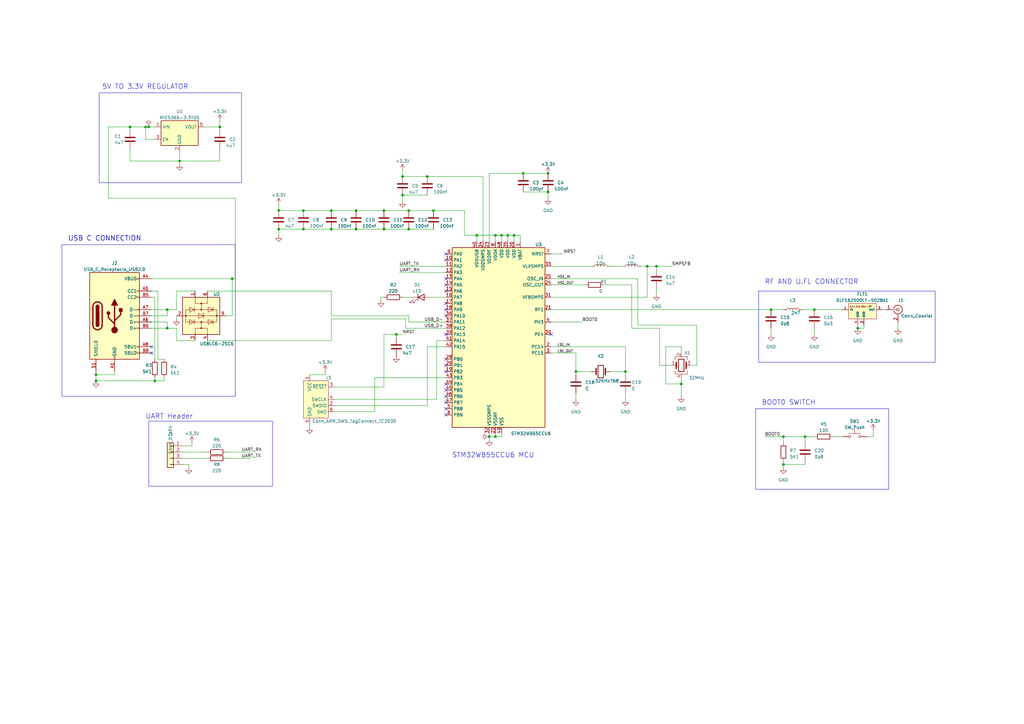
<source format=kicad_sch>
(kicad_sch (version 20230121) (generator eeschema)
  (paper "A3")
  (title_block (title "STM32WB55") (date "2023-12-25") (comment 1 "By : Estifanos Nega"))
  (lib_symbols
    (symbol "Connector:Conn_ARM_SWD_TagConnect_TC2030" (in_bom no)
      (property "Reference" "J" (at 2.54 11.43 0))
      (property "Value" "Conn_ARM_SWD_TagConnect_TC2030" (at 5.08 8.89 0))
      (symbol "Conn_ARM_SWD_TagConnect_TC2030_0_0"
        (pin power_in line (at -2.54 10.16 270) (length 2.54) (name "VCC") (number "1"))
        (pin bidirectional line (at 7.62 -2.54 180) (length 2.54) (name "SWDIO") (number "2"))
        (pin open_collector line (at 7.62 5.08 180) (length 2.54) (name "~{RESET}") (number "3"))
        (pin output line (at 7.62 0 180) (length 2.54) (name "SWCLK") (number "4"))
        (pin power_in line (at -2.54 -10.16 90) (length 2.54) (name "GND") (number "5"))
        (pin input line (at 7.62 -5.08 180) (length 2.54) (name "SWO") (number "6"))
      )
      (symbol "Conn_ARM_SWD_TagConnect_TC2030_0_1"
        (rectangle (start -5.08 7.62) (end 5.08 -7.62) (fill (type background)))
      )
    )
    (symbol "Connector:Conn_Coaxial" (pin_names (offset 1.016) hide)
      (property "Reference" "J" (at 0.254 3.048 0))
      (property "Value" "Conn_Coaxial" (at 2.921 0 90))
      (symbol "Conn_Coaxial_0_1"
        (arc (start -1.778 -0.508) (mid 0.2311 -1.8066) (end 1.778 0) (stroke (width 0.254)))
        (polyline (pts (xy -2.54 0) (xy -0.508 0)))
        (polyline (pts (xy 0 -2.54) (xy 0 -1.778)))
        (circle (center 0 0) (radius 0.508) (stroke (width 0.2032)))
        (arc (start 1.778 0) (mid 0.2099 1.8101) (end -1.778 0.508) (stroke (width 0.254)))
      )
      (symbol "Conn_Coaxial_1_1"
        (pin passive line (at -5.08 0 0) (length 2.54) (name "In") (number "1"))
        (pin passive line (at 0 -5.08 90) (length 2.54) (name "Ext") (number "2"))
      )
    )
    (symbol "Connector:USB_C_Receptacle_USB2.0" (pin_names (offset 1.016))
      (property "Reference" "J" (at -10.16 19.05 0))
      (property "Value" "USB_C_Receptacle_USB2.0" (at 19.05 19.05 0))
      (symbol "USB_C_Receptacle_USB2.0_0_0"
        (rectangle (start -0.254 -17.78) (end 0.254 -16.764))
        (rectangle (start 10.16 -14.986) (end 9.144 -15.494))
        (rectangle (start 10.16 -12.446) (end 9.144 -12.954))
        (rectangle (start 10.16 -4.826) (end 9.144 -5.334))
        (rectangle (start 10.16 -2.286) (end 9.144 -2.794))
        (rectangle (start 10.16 0.254) (end 9.144 -0.254))
        (rectangle (start 10.16 2.794) (end 9.144 2.286))
        (rectangle (start 10.16 7.874) (end 9.144 7.366))
        (rectangle (start 10.16 10.414) (end 9.144 9.906))
        (rectangle (start 10.16 15.494) (end 9.144 14.986))
      )
      (symbol "USB_C_Receptacle_USB2.0_0_1"
        (rectangle (start -10.16 17.78) (end 10.16 -17.78) (stroke (width 0.254)) (fill (type background)))
        (arc (start -8.89 -3.81) (mid -6.985 -5.7067) (end -5.08 -3.81) (stroke (width 0.508)))
        (arc (start -7.62 -3.81) (mid -6.985 -4.4423) (end -6.35 -3.81) (stroke (width 0.254)))
        (arc (start -7.62 -3.81) (mid -6.985 -4.4423) (end -6.35 -3.81) (stroke (width 0.254)) (fill (type outline)))
        (rectangle (start -7.62 -3.81) (end -6.35 3.81) (stroke (width 0.254)) (fill (type outline)))
        (arc (start -6.35 3.81) (mid -6.985 4.4423) (end -7.62 3.81) (stroke (width 0.254)))
        (arc (start -6.35 3.81) (mid -6.985 4.4423) (end -7.62 3.81) (stroke (width 0.254)) (fill (type outline)))
        (arc (start -5.08 3.81) (mid -6.985 5.7067) (end -8.89 3.81) (stroke (width 0.508)))
        (circle (center -2.54 1.143) (radius 0.635) (stroke (width 0.254)) (fill (type outline)))
        (circle (center 0 -5.842) (radius 1.27) (fill (type outline)))
        (polyline (pts (xy -8.89 -3.81) (xy -8.89 3.81)) (stroke (width 0.508)))
        (polyline (pts (xy -5.08 3.81) (xy -5.08 -3.81)) (stroke (width 0.508)))
        (polyline (pts (xy 0 -5.842) (xy 0 4.318)) (stroke (width 0.508)))
        (polyline (pts (xy 0 -3.302) (xy -2.54 -0.762) (xy -2.54 0.508)) (stroke (width 0.508)))
        (polyline (pts (xy 0 -2.032) (xy 2.54 0.508) (xy 2.54 1.778)) (stroke (width 0.508)))
        (polyline (pts (xy -1.27 4.318) (xy 0 6.858) (xy 1.27 4.318) (xy -1.27 4.318)) (stroke (width 0.254)) (fill (type outline)))
        (rectangle (start 1.905 1.778) (end 3.175 3.048) (stroke (width 0.254)) (fill (type outline)))
      )
      (symbol "USB_C_Receptacle_USB2.0_1_1"
        (pin passive line (at 0 -22.86 90) (length 5.08) (name "GND") (number "A1"))
        (pin passive line (at 0 -22.86 90) (length 5.08) hide (name "GND") (number "A12"))
        (pin passive line (at 15.24 15.24 180) (length 5.08) (name "VBUS") (number "A4"))
        (pin bidirectional line (at 15.24 10.16 180) (length 5.08) (name "CC1") (number "A5"))
        (pin bidirectional line (at 15.24 -2.54 180) (length 5.08) (name "D+") (number "A6"))
        (pin bidirectional line (at 15.24 2.54 180) (length 5.08) (name "D-") (number "A7"))
        (pin bidirectional line (at 15.24 -12.7 180) (length 5.08) (name "SBU1") (number "A8"))
        (pin passive line (at 15.24 15.24 180) (length 5.08) hide (name "VBUS") (number "A9"))
        (pin passive line (at 0 -22.86 90) (length 5.08) hide (name "GND") (number "B1"))
        (pin passive line (at 0 -22.86 90) (length 5.08) hide (name "GND") (number "B12"))
        (pin passive line (at 15.24 15.24 180) (length 5.08) hide (name "VBUS") (number "B4"))
        (pin bidirectional line (at 15.24 7.62 180) (length 5.08) (name "CC2") (number "B5"))
        (pin bidirectional line (at 15.24 -5.08 180) (length 5.08) (name "D+") (number "B6"))
        (pin bidirectional line (at 15.24 0 180) (length 5.08) (name "D-") (number "B7"))
        (pin bidirectional line (at 15.24 -15.24 180) (length 5.08) (name "SBU2") (number "B8"))
        (pin passive line (at 15.24 15.24 180) (length 5.08) hide (name "VBUS") (number "B9"))
        (pin passive line (at -7.62 -22.86 90) (length 5.08) (name "SHIELD") (number "S1"))
      )
    )
    (symbol "Connector_Generic:Conn_01x04" (pin_names (offset 1.016) hide)
      (property "Reference" "J" (at 0 5.08 0))
      (property "Value" "Conn_01x04" (at 0 -7.62 0))
      (symbol "Conn_01x04_1_1"
        (rectangle (start -1.27 -4.953) (end 0 -5.207) (stroke (width 0.1524)))
        (rectangle (start -1.27 -2.413) (end 0 -2.667) (stroke (width 0.1524)))
        (rectangle (start -1.27 0.127) (end 0 -0.127) (stroke (width 0.1524)))
        (rectangle (start -1.27 2.667) (end 0 2.413) (stroke (width 0.1524)))
        (rectangle (start -1.27 3.81) (end 1.27 -6.35) (stroke (width 0.254)) (fill (type background)))
        (pin passive line (at -5.08 2.54 0) (length 3.81) (name "Pin_1") (number "1"))
        (pin passive line (at -5.08 0 0) (length 3.81) (name "Pin_2") (number "2"))
        (pin passive line (at -5.08 -2.54 0) (length 3.81) (name "Pin_3") (number "3"))
        (pin passive line (at -5.08 -5.08 0) (length 3.81) (name "Pin_4") (number "4"))
      )
    )
    (symbol "Device:C" (pin_numbers hide) (pin_names (offset 0.254))
      (property "Reference" "C" (at 0.635 2.54 0))
      (property "Value" "C" (at 0.635 -2.54 0))
      (symbol "C_0_1"
        (polyline (pts (xy -2.032 -0.762) (xy 2.032 -0.762)) (stroke (width 0.508)))
        (polyline (pts (xy -2.032 0.762) (xy 2.032 0.762)) (stroke (width 0.508)))
      )
      (symbol "C_1_1"
        (pin passive line (at 0 3.81 270) (length 2.794) (name "~") (number "1"))
        (pin passive line (at 0 -3.81 90) (length 2.794) (name "~") (number "2"))
      )
    )
    (symbol "Device:Crystal" (pin_numbers hide) (pin_names (offset 1.016) hide)
      (property "Reference" "Y" (at 0 3.81 0))
      (property "Value" "Crystal" (at 0 -3.81 0))
      (symbol "Crystal_0_1"
        (rectangle (start -1.143 2.54) (end 1.143 -2.54) (stroke (width 0.3048)))
        (polyline (pts (xy -2.54 0) (xy -1.905 0)))
        (polyline (pts (xy -1.905 -1.27) (xy -1.905 1.27)) (stroke (width 0.508)))
        (polyline (pts (xy 1.905 -1.27) (xy 1.905 1.27)) (stroke (width 0.508)))
        (polyline (pts (xy 2.54 0) (xy 1.905 0)))
      )
      (symbol "Crystal_1_1"
        (pin passive line (at -3.81 0 0) (length 1.27) (name "1") (number "1"))
        (pin passive line (at 3.81 0 180) (length 1.27) (name "2") (number "2"))
      )
    )
    (symbol "Device:Crystal_GND24" (pin_names (offset 1.016) hide)
      (property "Reference" "Y" (at 3.175 5.08 0))
      (property "Value" "Crystal_GND24" (at 3.175 3.175 0))
      (symbol "Crystal_GND24_0_1"
        (rectangle (start -1.143 2.54) (end 1.143 -2.54) (stroke (width 0.3048)))
        (polyline (pts (xy -2.54 0) (xy -2.032 0)))
        (polyline (pts (xy -2.032 -1.27) (xy -2.032 1.27)) (stroke (width 0.508)))
        (polyline (pts (xy 0 -3.81) (xy 0 -3.556)))
        (polyline (pts (xy 0 3.556) (xy 0 3.81)))
        (polyline (pts (xy 2.032 -1.27) (xy 2.032 1.27)) (stroke (width 0.508)))
        (polyline (pts (xy 2.032 0) (xy 2.54 0)))
        (polyline (pts (xy -2.54 -2.286) (xy -2.54 -3.556) (xy 2.54 -3.556) (xy 2.54 -2.286)))
        (polyline (pts (xy -2.54 2.286) (xy -2.54 3.556) (xy 2.54 3.556) (xy 2.54 2.286)))
      )
      (symbol "Crystal_GND24_1_1"
        (pin passive line (at -3.81 0 0) (length 1.27) (name "1") (number "1"))
        (pin passive line (at 0 5.08 270) (length 1.27) (name "2") (number "2"))
        (pin passive line (at 3.81 0 180) (length 1.27) (name "3") (number "3"))
        (pin passive line (at 0 -5.08 90) (length 1.27) (name "4") (number "4"))
      )
    )
    (symbol "Device:L" (pin_numbers hide) (pin_names (offset 1.016) hide)
      (property "Reference" "L" (at -1.27 0 90))
      (property "Value" "L" (at 1.905 0 90))
      (symbol "L_0_1"
        (arc (start 0 -2.54) (mid 0.6323 -1.905) (end 0 -1.27))
        (arc (start 0 -1.27) (mid 0.6323 -0.635) (end 0 0))
        (arc (start 0 0) (mid 0.6323 0.635) (end 0 1.27))
        (arc (start 0 1.27) (mid 0.6323 1.905) (end 0 2.54))
      )
      (symbol "L_1_1"
        (pin passive line (at 0 3.81 270) (length 1.27) (name "1") (number "1"))
        (pin passive line (at 0 -3.81 90) (length 1.27) (name "2") (number "2"))
      )
    )
    (symbol "Device:LED" (pin_numbers hide) (pin_names (offset 1.016) hide)
      (property "Reference" "D" (at 0 2.54 0))
      (property "Value" "LED" (at 0 -2.54 0))
      (symbol "LED_0_1"
        (polyline (pts (xy -1.27 -1.27) (xy -1.27 1.27)) (stroke (width 0.254)))
        (polyline (pts (xy -1.27 0) (xy 1.27 0)))
        (polyline (pts (xy 1.27 -1.27) (xy 1.27 1.27) (xy -1.27 0) (xy 1.27 -1.27)) (stroke (width 0.254)))
        (polyline (pts (xy -3.048 -0.762) (xy -4.572 -2.286) (xy -3.81 -2.286) (xy -4.572 -2.286) (xy -4.572 -1.524)))
        (polyline (pts (xy -1.778 -0.762) (xy -3.302 -2.286) (xy -2.54 -2.286) (xy -3.302 -2.286) (xy -3.302 -1.524)))
      )
      (symbol "LED_1_1"
        (pin passive line (at -3.81 0 0) (length 2.54) (name "K") (number "1"))
        (pin passive line (at 3.81 0 180) (length 2.54) (name "A") (number "2"))
      )
    )
    (symbol "Device:R" (pin_numbers hide) (pin_names (offset 0))
      (property "Reference" "R" (at 2.032 0 90))
      (property "Value" "R" (at 0 0 90))
      (symbol "R_0_1"
        (rectangle (start -1.016 -2.54) (end 1.016 2.54) (stroke (width 0.254)))
      )
      (symbol "R_1_1"
        (pin passive line (at 0 3.81 270) (length 1.27) (name "~") (number "1"))
        (pin passive line (at 0 -3.81 90) (length 1.27) (name "~") (number "2"))
      )
    )
    (symbol "MCU_ST_STM32WB:STM32WB55CCUx"
      (property "Reference" "U" (at -17.78 39.37 0))
      (property "Value" "STM32WB55CCUx" (at 12.7 39.37 0))
      (symbol "STM32WB55CCUx_0_1"
        (rectangle (start -17.78 -35.56) (end 20.32 38.1) (stroke (width 0.254)) (fill (type background)))
      )
      (symbol "STM32WB55CCUx_1_1"
        (pin power_in line (at -7.62 40.64 270) (length 2.54) (name "VBAT") (number "1"))
        (pin bidirectional line (at 22.86 33.02 180) (length 2.54) (name "PA1") (number "10"))
        (pin bidirectional line (at 22.86 30.48 180) (length 2.54) (name "PA2") (number "11"))
        (pin bidirectional line (at 22.86 27.94 180) (length 2.54) (name "PA3") (number "12"))
        (pin bidirectional line (at 22.86 25.4 180) (length 2.54) (name "PA4") (number "13"))
        (pin bidirectional line (at 22.86 22.86 180) (length 2.54) (name "PA5") (number "14"))
        (pin bidirectional line (at 22.86 20.32 180) (length 2.54) (name "PA6") (number "15"))
        (pin bidirectional line (at 22.86 17.78 180) (length 2.54) (name "PA7") (number "16"))
        (pin bidirectional line (at 22.86 15.24 180) (length 2.54) (name "PA8") (number "17"))
        (pin bidirectional line (at 22.86 12.7 180) (length 2.54) (name "PA9") (number "18"))
        (pin bidirectional line (at 22.86 -12.7 180) (length 2.54) (name "PB2") (number "19"))
        (pin bidirectional line (at -20.32 -2.54 0) (length 2.54) (name "PC14") (number "2"))
        (pin power_in line (at -5.08 40.64 270) (length 2.54) (name "VDD") (number "20"))
        (pin bidirectional line (at -20.32 12.7 0) (length 2.54) (name "RF1") (number "21"))
        (pin power_in line (at 2.54 -38.1 90) (length 2.54) (name "VSSRF") (number "22"))
        (pin power_in line (at 5.08 40.64 270) (length 2.54) (name "VDDRF") (number "23"))
        (pin input line (at -20.32 22.86 0) (length 2.54) (name "OSC_OUT") (number "24"))
        (pin input line (at -20.32 25.4 0) (length 2.54) (name "OSC_IN") (number "25"))
        (pin no_connect line (at -17.78 -35.56 0) (length 2.54) hide (name "AT0") (number "26"))
        (pin no_connect line (at -17.78 -33.02 0) (length 2.54) hide (name "AT1") (number "27"))
        (pin bidirectional line (at 22.86 -7.62 180) (length 2.54) (name "PB0") (number "28"))
        (pin bidirectional line (at 22.86 -10.16 180) (length 2.54) (name "PB1") (number "29"))
        (pin bidirectional line (at -20.32 -5.08 0) (length 2.54) (name "PC15") (number "3"))
        (pin bidirectional line (at -20.32 2.54 0) (length 2.54) (name "PE4") (number "30"))
        (pin input line (at -20.32 17.78 0) (length 2.54) (name "VFBSMPS") (number "31"))
        (pin power_in line (at 5.08 -38.1 90) (length 2.54) (name "VSSSMPS") (number "32"))
        (pin power_in line (at -20.32 30.48 0) (length 2.54) (name "VLXSMPS") (number "33"))
        (pin power_in line (at 7.62 40.64 270) (length 2.54) (name "VDDSMPS") (number "34"))
        (pin power_in line (at -2.54 40.64 270) (length 2.54) (name "VDD") (number "35"))
        (pin bidirectional line (at 22.86 10.16 180) (length 2.54) (name "PA10") (number "36"))
        (pin bidirectional line (at 22.86 7.62 180) (length 2.54) (name "PA11") (number "37"))
        (pin bidirectional line (at 22.86 5.08 180) (length 2.54) (name "PA12") (number "38"))
        (pin bidirectional line (at 22.86 2.54 180) (length 2.54) (name "PA13") (number "39"))
        (pin bidirectional line (at -20.32 7.62 0) (length 2.54) (name "PH3") (number "4"))
        (pin power_in line (at 10.16 40.64 270) (length 2.54) (name "VDDUSB") (number "40"))
        (pin bidirectional line (at 22.86 0 180) (length 2.54) (name "PA14") (number "41"))
        (pin bidirectional line (at 22.86 -2.54 180) (length 2.54) (name "PA15") (number "42"))
        (pin bidirectional line (at 22.86 -15.24 180) (length 2.54) (name "PB3") (number "43"))
        (pin bidirectional line (at 22.86 -17.78 180) (length 2.54) (name "PB4") (number "44"))
        (pin bidirectional line (at 22.86 -20.32 180) (length 2.54) (name "PB5") (number "45"))
        (pin bidirectional line (at 22.86 -22.86 180) (length 2.54) (name "PB6") (number "46"))
        (pin bidirectional line (at 22.86 -25.4 180) (length 2.54) (name "PB7") (number "47"))
        (pin power_in line (at 0 40.64 270) (length 2.54) (name "VDD") (number "48"))
        (pin power_in line (at 0 -38.1 90) (length 2.54) (name "VSS") (number "49"))
        (pin bidirectional line (at 22.86 -27.94 180) (length 2.54) (name "PB8") (number "5"))
        (pin bidirectional line (at 22.86 -30.48 180) (length 2.54) (name "PB9") (number "6"))
        (pin input line (at -20.32 35.56 0) (length 2.54) (name "NRST") (number "7"))
        (pin power_in line (at 2.54 40.64 270) (length 2.54) (name "VDDA") (number "8"))
        (pin bidirectional line (at 22.86 35.56 180) (length 2.54) (name "PA0") (number "9"))
      )
    )
    (symbol "Power_Protection:USBLC6-2SC6" (pin_names hide)
      (property "Reference" "U" (at 2.54 8.89 0))
      (property "Value" "USBLC6-2SC6" (at 2.54 -8.89 0))
      (symbol "USBLC6-2SC6_0_1"
        (rectangle (start -7.62 -7.62) (end 7.62 7.62) (stroke (width 0.254)) (fill (type background)))
        (circle (center -5.08 0) (radius 0.254) (fill (type outline)))
        (circle (center -2.54 0) (radius 0.254) (fill (type outline)))
        (rectangle (start -2.54 6.35) (end 2.54 -6.35))
        (circle (center 0 -6.35) (radius 0.254) (fill (type outline)))
        (polyline (pts (xy -5.08 -2.54) (xy -7.62 -2.54)))
        (polyline (pts (xy -5.08 0) (xy -5.08 -2.54)))
        (polyline (pts (xy -5.08 2.54) (xy -7.62 2.54)))
        (polyline (pts (xy -1.524 -2.794) (xy -3.556 -2.794)))
        (polyline (pts (xy -1.524 4.826) (xy -3.556 4.826)))
        (polyline (pts (xy 0 -7.62) (xy 0 -6.35)))
        (polyline (pts (xy 0 -6.35) (xy 0 1.27)))
        (polyline (pts (xy 0 1.27) (xy 0 6.35)))
        (polyline (pts (xy 0 6.35) (xy 0 7.62)))
        (polyline (pts (xy 1.524 -2.794) (xy 3.556 -2.794)))
        (polyline (pts (xy 1.524 4.826) (xy 3.556 4.826)))
        (polyline (pts (xy 5.08 -2.54) (xy 7.62 -2.54)))
        (polyline (pts (xy 5.08 0) (xy 5.08 -2.54)))
        (polyline (pts (xy 5.08 2.54) (xy 7.62 2.54)))
        (polyline (pts (xy -2.54 0) (xy -5.08 0) (xy -5.08 2.54)))
        (polyline (pts (xy 2.54 0) (xy 5.08 0) (xy 5.08 2.54)))
        (polyline (pts (xy -3.556 -4.826) (xy -1.524 -4.826) (xy -2.54 -2.794) (xy -3.556 -4.826)))
        (polyline (pts (xy -3.556 2.794) (xy -1.524 2.794) (xy -2.54 4.826) (xy -3.556 2.794)))
        (polyline (pts (xy -1.016 -1.016) (xy 1.016 -1.016) (xy 0 1.016) (xy -1.016 -1.016)))
        (polyline (pts (xy 1.016 1.016) (xy 0.762 1.016) (xy -1.016 1.016) (xy -1.016 0.508)))
        (polyline (pts (xy 3.556 -4.826) (xy 1.524 -4.826) (xy 2.54 -2.794) (xy 3.556 -4.826)))
        (polyline (pts (xy 3.556 2.794) (xy 1.524 2.794) (xy 2.54 4.826) (xy 3.556 2.794)))
        (circle (center 0 6.35) (radius 0.254) (fill (type outline)))
        (circle (center 2.54 0) (radius 0.254) (fill (type outline)))
        (circle (center 5.08 0) (radius 0.254) (fill (type outline)))
      )
      (symbol "USBLC6-2SC6_1_1"
        (pin passive line (at -10.16 -2.54 0) (length 2.54) (name "I/O1") (number "1"))
        (pin passive line (at 0 -10.16 90) (length 2.54) (name "GND") (number "2"))
        (pin passive line (at 10.16 -2.54 180) (length 2.54) (name "I/O2") (number "3"))
        (pin passive line (at 10.16 2.54 180) (length 2.54) (name "I/O2") (number "4"))
        (pin passive line (at 0 10.16 270) (length 2.54) (name "VBUS") (number "5"))
        (pin passive line (at -10.16 2.54 0) (length 2.54) (name "I/O1") (number "6"))
      )
    )
    (symbol "Regulator_Linear:MIC5365-3.3YD5"
      (property "Reference" "U" (at -7.62 6.35 0))
      (property "Value" "MIC5365-3.3YD5" (at 0 6.35 0))
      (symbol "MIC5365-3.3YD5_0_1"
        (rectangle (start -7.62 -5.08) (end 7.62 5.08) (stroke (width 0.254)) (fill (type background)))
      )
      (symbol "MIC5365-3.3YD5_1_1"
        (pin power_in line (at -10.16 2.54 0) (length 2.54) (name "VIN") (number "1"))
        (pin power_in line (at 0 -7.62 90) (length 2.54) (name "GND") (number "2"))
        (pin input line (at -10.16 -2.54 0) (length 2.54) (name "EN") (number "3"))
        (pin no_connect line (at 7.62 -2.54 180) (length 2.54) hide (name "NC") (number "4"))
        (pin power_out line (at 10.16 2.54 180) (length 2.54) (name "VOUT") (number "5"))
      )
    )
    (symbol "Stm32_Library:DLF162500LT-5028A1"
      (property "Reference" "FLT" (at 5.08 3.81 0))
      (property "Value" "DLF162500LT-5028A1" (at 0 1.27 0))
      (symbol "DLF162500LT-5028A1_0_1"
        (rectangle (start 6.35 -3.81) (end 6.35 -3.81))
      )
      (symbol "DLF162500LT-5028A1_1_0"
        (pin passive line (at -7.62 0 0) (length 2.54) (name "IN") (number "1"))
        (pin passive line (at 1.27 -6.35 90) (length 2.54) (name "GND") (number "2"))
        (pin passive line (at 8.89 0 180) (length 2.54) (name "OUT") (number "3"))
        (pin passive line (at -1.27 -6.35 90) (length 2.54) (name "GND") (number "4"))
      )
      (symbol "DLF162500LT-5028A1_1_1"
        (rectangle (start -5.08 2.54) (end 6.35 -3.81) (fill (type background)))
        (text "2.4-2.5 GHz LPF" (at 0 1.27 0) (effects (font (size 0.7 0.7) bold)))
      )
    )
    (symbol "Switch:SW_Push" (pin_numbers hide) (pin_names (offset 1.016) hide)
      (property "Reference" "SW" (at 1.27 2.54 0))
      (property "Value" "SW_Push" (at 0 -1.524 0))
      (symbol "SW_Push_0_1"
        (circle (center -2.032 0) (radius 0.508))
        (polyline (pts (xy 0 1.27) (xy 0 3.048)))
        (polyline (pts (xy 2.54 1.27) (xy -2.54 1.27)))
        (circle (center 2.032 0) (radius 0.508))
        (pin passive line (at -5.08 0 0) (length 2.54) (name "1") (number "1"))
        (pin passive line (at 5.08 0 180) (length 2.54) (name "2") (number "2"))
      )
    )
    (symbol "power:+3.3V" (power) (pin_names (offset 0))
      (property "Value" "+3.3V" (at 0 3.556 0))
      (symbol "+3.3V_0_1"
        (polyline (pts (xy -0.762 1.27) (xy 0 2.54)))
        (polyline (pts (xy 0 0) (xy 0 2.54)))
        (polyline (pts (xy 0 2.54) (xy 0.762 1.27)))
      )
      (symbol "+3.3V_1_1"
        (pin power_in line (at 0 0 90) (length 0) hide (name "+3.3V") (number "1"))
      )
    )
    (symbol "power:GND" (power) (pin_names (offset 0))
      (property "Value" "GND" (at 0 -3.81 0))
      (symbol "GND_0_1"
        (polyline (pts (xy 0 0) (xy 0 -1.27) (xy 1.27 -1.27) (xy 0 -2.54) (xy -1.27 -1.27) (xy 0 -1.27)))
      )
      (symbol "GND_1_1"
        (pin power_in line (at 0 0 270) (length 0) hide (name "GND") (number "1"))
      )
    )
    (symbol "power:PWR_FLAG" (power) (pin_numbers hide) (pin_names (offset 0) hide)
      (property "Value" "PWR_FLAG" (at 0 3.81 0))
      (symbol "PWR_FLAG_0_0"
        (pin power_out line (at 0 0 90) (length 0) (name "pwr") (number "1"))
      )
      (symbol "PWR_FLAG_0_1"
        (polyline (pts (xy 0 0) (xy 0 1.27) (xy -1.016 1.905) (xy 0 2.54) (xy 1.016 1.905) (xy 0 1.27)))
      )
    )
  )
  (junction (at 114.3 86.36))
  (junction (at 60.96 52.07))
  (junction (at 39.37 156.21))
  (junction (at 167.64 93.98))
  (junction (at 165.1 72.39))
  (junction (at 256.54 152.4))
  (junction (at 214.63 71.12))
  (junction (at 321.31 179.07))
  (junction (at 279.4 157.48))
  (junction (at 124.46 93.98))
  (junction (at 330.2 179.07))
  (junction (at 236.22 152.4))
  (junction (at 39.37 153.67))
  (junction (at 95.25 114.3))
  (junction (at 316.23 127))
  (junction (at 175.26 72.39))
  (junction (at 334.01 127))
  (junction (at 205.74 96.52))
  (junction (at 203.2 96.52))
  (junction (at 59.69 52.07))
  (junction (at 195.58 96.52))
  (junction (at 114.3 93.98))
  (junction (at 265.43 109.22))
  (junction (at 135.89 93.98))
  (junction (at 90.17 52.07))
  (junction (at 321.31 190.5))
  (junction (at 269.24 109.22))
  (junction (at 208.28 96.52))
  (junction (at 146.05 86.36))
  (junction (at 63.5 156.21))
  (junction (at 210.82 96.52))
  (junction (at 53.34 52.07))
  (junction (at 68.58 127))
  (junction (at 351.79 134.62))
  (junction (at 162.56 137.16))
  (junction (at 68.58 134.62))
  (junction (at 224.79 71.12))
  (junction (at 167.64 86.36))
  (junction (at 203.2 179.07))
  (junction (at 200.66 179.07))
  (junction (at 73.66 66.04))
  (junction (at 157.48 86.36))
  (junction (at 165.1 80.01))
  (junction (at 157.48 93.98))
  (junction (at 124.46 86.36))
  (junction (at 177.8 86.36))
  (junction (at 135.89 86.36))
  (junction (at 146.05 93.98))
  (junction (at 224.79 78.74))
  (no_connect (at 62.23 142.24))
  (no_connect (at 182.88 116.84))
  (no_connect (at 182.88 160.02))
  (no_connect (at 182.88 157.48))
  (no_connect (at 182.88 124.46))
  (no_connect (at 62.23 144.78))
  (no_connect (at 182.88 170.18))
  (no_connect (at 226.06 137.16))
  (no_connect (at 182.88 114.3))
  (no_connect (at 182.88 104.14))
  (no_connect (at 182.88 119.38))
  (no_connect (at 182.88 129.54))
  (no_connect (at 182.88 147.32))
  (no_connect (at 182.88 167.64))
  (no_connect (at 182.88 152.4))
  (no_connect (at 182.88 106.68))
  (no_connect (at 182.88 137.16))
  (no_connect (at 182.88 165.1))
  (no_connect (at 182.88 149.86))
  (no_connect (at 182.88 162.56))
  (no_connect (at 182.88 127))
  (wire (pts (xy 95.25 114.3) (xy 95.25 129.54)))
  (wire (pts (xy 265.43 121.92) (xy 265.43 109.22)))
  (wire (pts (xy 330.2 189.23) (xy 330.2 190.5)))
  (wire (pts (xy 153.67 154.94) (xy 182.88 154.94)))
  (wire (pts (xy 39.37 153.67) (xy 39.37 156.21)))
  (wire (pts (xy 214.63 71.12) (xy 224.79 71.12)))
  (wire (pts (xy 62.23 121.92) (xy 63.5 121.92)))
  (wire (pts (xy 279.4 157.48) (xy 273.05 157.48)))
  (wire (pts (xy 146.05 86.36) (xy 157.48 86.36)))
  (wire (pts (xy 236.22 152.4) (xy 242.57 152.4)))
  (wire (pts (xy 46.99 152.4) (xy 46.99 153.67)))
  (wire (pts (xy 269.24 109.22) (xy 275.59 109.22)))
  (wire (pts (xy 68.58 127) (xy 72.39 127)))
  (wire (pts (xy 270.51 149.86) (xy 275.59 149.86)))
  (wire (pts (xy 358.14 176.53) (xy 358.14 179.07)))
  (wire (pts (xy 124.46 93.98) (xy 135.89 93.98)))
  (wire (pts (xy 90.17 52.07) (xy 90.17 53.34)))
  (wire (pts (xy 157.48 137.16) (xy 157.48 158.75)))
  (wire (pts (xy 72.39 134.62) (xy 72.39 139.7)))
  (wire (pts (xy 78.74 182.88) (xy 78.74 181.61)))
  (wire (pts (xy 261.62 114.3) (xy 261.62 133.35)))
  (wire (pts (xy 157.48 158.75) (xy 137.16 158.75)))
  (wire (pts (xy 135.89 86.36) (xy 146.05 86.36)))
  (wire (pts (xy 165.1 69.85) (xy 165.1 72.39)))
  (wire (pts (xy 67.31 156.21) (xy 63.5 156.21)))
  (wire (pts (xy 64.77 147.32) (xy 67.31 147.32)))
  (wire (pts (xy 63.5 156.21) (xy 39.37 156.21)))
  (wire (pts (xy 214.63 78.74) (xy 224.79 78.74)))
  (wire (pts (xy 236.22 161.29) (xy 236.22 163.83)))
  (wire (pts (xy 321.31 179.07) (xy 330.2 179.07)))
  (wire (pts (xy 53.34 52.07) (xy 59.69 52.07)))
  (wire (pts (xy 127 153.67) (xy 133.35 153.67)))
  (wire (pts (xy 200.66 179.07) (xy 200.66 180.34)))
  (wire (pts (xy 279.4 142.24) (xy 279.4 144.78)))
  (wire (pts (xy 44.45 81.28) (xy 96.52 81.28)))
  (wire (pts (xy 74.93 185.42) (xy 85.09 185.42)))
  (wire (pts (xy 90.17 60.96) (xy 90.17 66.04)))
  (wire (pts (xy 62.23 127) (xy 68.58 127)))
  (wire (pts (xy 176.53 121.92) (xy 182.88 121.92)))
  (wire (pts (xy 165.1 80.01) (xy 175.26 80.01)))
  (wire (pts (xy 368.3 132.08) (xy 368.3 134.62)))
  (wire (pts (xy 256.54 161.29) (xy 256.54 163.83)))
  (wire (pts (xy 250.19 109.22) (xy 255.27 109.22)))
  (wire (pts (xy 210.82 96.52) (xy 213.36 96.52)))
  (wire (pts (xy 279.4 154.94) (xy 279.4 157.48)))
  (wire (pts (xy 62.23 132.08) (xy 68.58 132.08)))
  (wire (pts (xy 165.1 121.92) (xy 168.91 121.92)))
  (wire (pts (xy 68.58 132.08) (xy 68.58 134.62)))
  (wire (pts (xy 153.67 168.91) (xy 153.67 154.94)))
  (wire (pts (xy 269.24 109.22) (xy 269.24 110.49)))
  (wire (pts (xy 96.52 114.3) (xy 95.25 114.3)))
  (wire (pts (xy 270.51 134.62) (xy 270.51 149.86)))
  (wire (pts (xy 179.07 139.7) (xy 182.88 139.7)))
  (wire (pts (xy 63.5 57.15) (xy 59.69 57.15)))
  (wire (pts (xy 321.31 190.5) (xy 321.31 189.23)))
  (wire (pts (xy 167.64 132.08) (xy 182.88 132.08)))
  (wire (pts (xy 226.06 121.92) (xy 265.43 121.92)))
  (wire (pts (xy 330.2 190.5) (xy 321.31 190.5)))
  (wire (pts (xy 203.2 179.07) (xy 205.74 179.07)))
  (wire (pts (xy 167.64 129.54) (xy 167.64 132.08)))
  (wire (pts (xy 133.35 153.67) (xy 133.35 152.4)))
  (wire (pts (xy 226.06 127) (xy 316.23 127)))
  (wire (pts (xy 205.74 99.06) (xy 205.74 96.52)))
  (wire (pts (xy 269.24 118.11) (xy 269.24 120.65)))
  (wire (pts (xy 259.08 116.84) (xy 259.08 134.62)))
  (wire (pts (xy 226.06 142.24) (xy 256.54 142.24)))
  (wire (pts (xy 135.89 93.98) (xy 146.05 93.98)))
  (wire (pts (xy 167.64 93.98) (xy 177.8 93.98)))
  (wire (pts (xy 85.09 119.38) (xy 135.89 119.38)))
  (wire (pts (xy 208.28 96.52) (xy 208.28 99.06)))
  (wire (pts (xy 72.39 119.38) (xy 80.01 119.38)))
  (wire (pts (xy 313.69 179.07) (xy 321.31 179.07)))
  (wire (pts (xy 68.58 129.54) (xy 68.58 127)))
  (wire (pts (xy 351.79 134.62) (xy 354.33 134.62)))
  (wire (pts (xy 59.69 52.07) (xy 60.96 52.07)))
  (wire (pts (xy 39.37 152.4) (xy 39.37 153.67)))
  (wire (pts (xy 162.56 137.16) (xy 162.56 138.43)))
  (wire (pts (xy 226.06 114.3) (xy 261.62 114.3)))
  (wire (pts (xy 72.39 127) (xy 72.39 119.38)))
  (wire (pts (xy 114.3 86.36) (xy 124.46 86.36)))
  (wire (pts (xy 210.82 96.52) (xy 210.82 99.06)))
  (wire (pts (xy 226.06 116.84) (xy 240.03 116.84)))
  (wire (pts (xy 321.31 190.5) (xy 321.31 191.77)))
  (wire (pts (xy 77.47 190.5) (xy 77.47 191.77)))
  (wire (pts (xy 165.1 72.39) (xy 175.26 72.39)))
  (wire (pts (xy 316.23 127) (xy 321.31 127)))
  (wire (pts (xy 62.23 119.38) (xy 64.77 119.38)))
  (wire (pts (xy 73.66 66.04) (xy 73.66 67.31)))
  (wire (pts (xy 74.93 190.5) (xy 77.47 190.5)))
  (wire (pts (xy 135.89 119.38) (xy 135.89 129.54)))
  (wire (pts (xy 62.23 134.62) (xy 68.58 134.62)))
  (wire (pts (xy 85.09 139.7) (xy 135.89 139.7)))
  (wire (pts (xy 163.83 109.22) (xy 182.88 109.22)))
  (wire (pts (xy 53.34 52.07) (xy 44.45 52.07)))
  (wire (pts (xy 200.66 179.07) (xy 203.2 179.07)))
  (wire (pts (xy 236.22 144.78) (xy 236.22 152.4)))
  (wire (pts (xy 226.06 109.22) (xy 242.57 109.22)))
  (wire (pts (xy 165.1 80.01) (xy 165.1 82.55)))
  (wire (pts (xy 179.07 163.83) (xy 179.07 139.7)))
  (wire (pts (xy 198.12 72.39) (xy 175.26 72.39)))
  (wire (pts (xy 285.75 149.86) (xy 283.21 149.86)))
  (wire (pts (xy 205.74 179.07) (xy 205.74 177.8)))
  (wire (pts (xy 167.64 86.36) (xy 177.8 86.36)))
  (wire (pts (xy 226.06 132.08) (xy 238.76 132.08)))
  (wire (pts (xy 156.21 121.92) (xy 156.21 123.19)))
  (wire (pts (xy 73.66 62.23) (xy 73.66 66.04)))
  (wire (pts (xy 68.58 134.62) (xy 72.39 134.62)))
  (wire (pts (xy 250.19 152.4) (xy 256.54 152.4)))
  (wire (pts (xy 328.93 127) (xy 334.01 127)))
  (wire (pts (xy 351.79 133.35) (xy 351.79 134.62)))
  (wire (pts (xy 262.89 109.22) (xy 265.43 109.22)))
  (wire (pts (xy 361.95 127) (xy 363.22 127)))
  (wire (pts (xy 157.48 137.16) (xy 162.56 137.16)))
  (wire (pts (xy 137.16 163.83) (xy 179.07 163.83)))
  (wire (pts (xy 62.23 114.3) (xy 95.25 114.3)))
  (wire (pts (xy 265.43 109.22) (xy 269.24 109.22)))
  (wire (pts (xy 96.52 81.28) (xy 96.52 114.3)))
  (wire (pts (xy 44.45 52.07) (xy 44.45 81.28)))
  (wire (pts (xy 114.3 83.82) (xy 114.3 86.36)))
  (wire (pts (xy 203.2 96.52) (xy 203.2 99.06)))
  (wire (pts (xy 200.66 177.8) (xy 200.66 179.07)))
  (wire (pts (xy 190.5 96.52) (xy 190.5 86.36)))
  (wire (pts (xy 175.26 166.37) (xy 175.26 142.24)))
  (wire (pts (xy 114.3 93.98) (xy 124.46 93.98)))
  (wire (pts (xy 124.46 86.36) (xy 135.89 86.36)))
  (wire (pts (xy 273.05 157.48) (xy 273.05 142.24)))
  (wire (pts (xy 200.66 99.06) (xy 200.66 71.12)))
  (wire (pts (xy 83.82 52.07) (xy 90.17 52.07)))
  (wire (pts (xy 92.71 187.96) (xy 102.87 187.96)))
  (wire (pts (xy 203.2 179.07) (xy 203.2 177.8)))
  (wire (pts (xy 157.48 121.92) (xy 156.21 121.92)))
  (wire (pts (xy 226.06 144.78) (xy 236.22 144.78)))
  (wire (pts (xy 200.66 71.12) (xy 214.63 71.12)))
  (wire (pts (xy 137.16 168.91) (xy 153.67 168.91)))
  (wire (pts (xy 358.14 179.07) (xy 355.6 179.07)))
  (wire (pts (xy 213.36 99.06) (xy 213.36 96.52)))
  (wire (pts (xy 205.74 96.52) (xy 208.28 96.52)))
  (wire (pts (xy 67.31 154.94) (xy 67.31 156.21)))
  (wire (pts (xy 198.12 99.06) (xy 198.12 72.39)))
  (wire (pts (xy 195.58 96.52) (xy 195.58 99.06)))
  (wire (pts (xy 72.39 129.54) (xy 72.39 130.81)))
  (wire (pts (xy 157.48 93.98) (xy 167.64 93.98)))
  (wire (pts (xy 259.08 134.62) (xy 270.51 134.62)))
  (wire (pts (xy 95.25 129.54) (xy 92.71 129.54)))
  (wire (pts (xy 59.69 57.15) (xy 59.69 52.07)))
  (wire (pts (xy 341.63 179.07) (xy 345.44 179.07)))
  (wire (pts (xy 330.2 179.07) (xy 334.01 179.07)))
  (wire (pts (xy 74.93 187.96) (xy 85.09 187.96)))
  (wire (pts (xy 64.77 119.38) (xy 64.77 147.32)))
  (wire (pts (xy 231.14 104.14) (xy 226.06 104.14)))
  (wire (pts (xy 273.05 142.24) (xy 279.4 142.24)))
  (wire (pts (xy 90.17 66.04) (xy 73.66 66.04)))
  (wire (pts (xy 114.3 93.98) (xy 114.3 96.52)))
  (wire (pts (xy 224.79 78.74) (xy 224.79 81.28)))
  (wire (pts (xy 92.71 185.42) (xy 102.87 185.42)))
  (wire (pts (xy 90.17 49.53) (xy 90.17 52.07)))
  (wire (pts (xy 261.62 133.35) (xy 285.75 133.35)))
  (wire (pts (xy 135.89 139.7) (xy 135.89 130.81)))
  (wire (pts (xy 74.93 182.88) (xy 78.74 182.88)))
  (wire (pts (xy 63.5 154.94) (xy 63.5 156.21)))
  (wire (pts (xy 256.54 142.24) (xy 256.54 152.4)))
  (wire (pts (xy 62.23 129.54) (xy 68.58 129.54)))
  (wire (pts (xy 330.2 179.07) (xy 330.2 181.61)))
  (wire (pts (xy 46.99 153.67) (xy 39.37 153.67)))
  (wire (pts (xy 334.01 134.62) (xy 334.01 137.16)))
  (wire (pts (xy 127 175.26) (xy 127 173.99)))
  (wire (pts (xy 259.08 116.84) (xy 247.65 116.84)))
  (wire (pts (xy 53.34 53.34) (xy 53.34 52.07)))
  (wire (pts (xy 135.89 129.54) (xy 167.64 129.54)))
  (wire (pts (xy 316.23 134.62) (xy 316.23 137.16)))
  (wire (pts (xy 163.83 111.76) (xy 182.88 111.76)))
  (wire (pts (xy 321.31 181.61) (xy 321.31 179.07)))
  (wire (pts (xy 195.58 96.52) (xy 203.2 96.52)))
  (wire (pts (xy 63.5 121.92) (xy 63.5 147.32)))
  (wire (pts (xy 166.37 130.81) (xy 166.37 134.62)))
  (wire (pts (xy 256.54 152.4) (xy 256.54 153.67)))
  (wire (pts (xy 190.5 86.36) (xy 177.8 86.36)))
  (wire (pts (xy 166.37 134.62) (xy 182.88 134.62)))
  (wire (pts (xy 279.4 157.48) (xy 279.4 162.56)))
  (wire (pts (xy 146.05 93.98) (xy 157.48 93.98)))
  (wire (pts (xy 53.34 60.96) (xy 53.34 66.04)))
  (wire (pts (xy 236.22 152.4) (xy 236.22 153.67)))
  (wire (pts (xy 203.2 96.52) (xy 205.74 96.52)))
  (wire (pts (xy 285.75 133.35) (xy 285.75 149.86)))
  (wire (pts (xy 72.39 139.7) (xy 80.01 139.7)))
  (wire (pts (xy 135.89 130.81) (xy 166.37 130.81)))
  (wire (pts (xy 208.28 96.52) (xy 210.82 96.52)))
  (wire (pts (xy 334.01 127) (xy 345.44 127)))
  (wire (pts (xy 162.56 137.16) (xy 165.1 137.16)))
  (wire (pts (xy 195.58 96.52) (xy 190.5 96.52)))
  (wire (pts (xy 60.96 52.07) (xy 63.5 52.07)))
  (wire (pts (xy 53.34 66.04) (xy 73.66 66.04)))
  (wire (pts (xy 157.48 86.36) (xy 167.64 86.36)))
  (wire (pts (xy 354.33 134.62) (xy 354.33 133.35)))
  (wire (pts (xy 175.26 142.24) (xy 182.88 142.24)))
  (wire (pts (xy 137.16 166.37) (xy 175.26 166.37)))
  (rectangle (start 60.96 172.72) (end 111.76 199.39))
  (rectangle (start 25.4 100.33) (end 96.52 162.56))
  (rectangle (start 40.64 38.1) (end 99.06 74.93))
  (rectangle (start 311.15 119.38) (end 383.54 148.59))
  (rectangle (start 309.88 167.64) (end 364.49 200.66))
  (rectangle (start 309.88 168.91) (end 309.88 168.91))
  (text "BOOT0 SWITCH \n" (at 312.42 166.37 0) (effects (font (size 2 2)) (justify left bottom)))
  (text "USB C CONNECTION\n" (at 27.94 99.06 0) (effects (font (size 2 2)) (justify left bottom)))
  (text "USB C CONNECTION\n" (at 27.94 99.06 0) (effects (font (size 2 2)) (justify left bottom)))
  (text "UART Header\n\n" (at 59.69 175.26 0) (effects (font (size 2 2)) (justify left bottom)))
  (text "RF AND U.FL CONNECTOR\n" (at 313.69 116.84 0) (effects (font (size 2 2)) (justify left bottom)))
  (text "5V TO 3.3V REGULATOR\n" (at 41.91 36.83 0) (effects (font (size 2 2)) (justify left bottom)))
  (text "STM32WB55CCU6 MCU\n" (at 185.42 187.96 0) (effects (font (size 2 2)) (justify left bottom)))
  (label "HSE_IN" (at 228.6 114.3 0) (effects (font (size 1 1))))
  (label "LSE_OUT" (at 228.6 144.78 0) (effects (font (size 1 1))))
  (label "NRST" (at 165.1 137.16 0))
  (label "USB_D-" (at 173.99 132.08 0))
  (label "UART_RX" (at 163.83 111.76 0))
  (label "USB_D+" (at 173.99 134.62 0))
  (label "UART_RX" (at 99.06 185.42 0))
  (label "BOOT0" (at 238.76 132.08 0))
  (label "SMPSFB" (at 275.59 109.22 0))
  (label "NRST" (at 231.14 104.14 0))
  (label "BOOT0" (at 313.69 179.07 0))
  (label "UART_TX" (at 163.83 109.22 0))
  (label "HSE_OUT" (at 228.6 116.84 0) (effects (font (size 1 1))))
  (label "LSE_IN" (at 228.6 142.24 0) (effects (font (size 1 1))))
  (label "UART_TX" (at 99.06 187.96 0))
  (symbol (lib_id "Switch:SW_Push") (at 350.52 179.07 0) (unit 1)
    (property "Reference" "SW1" (at 350.52 172.72 0))
    (property "Value" "SW_Push" (at 350.52 175.26 0))
  )
  (symbol (lib_id "Device:Crystal") (at 246.38 152.4 0) (unit 1)
    (property "Reference" "X2" (at 246.38 146.05 0))
    (property "Value" "32KHz768" (at 248.92 156.21 0))
  )
  (symbol (lib_id "power:PWR_FLAG") (at 60.96 52.07 0) (unit 1)
    (property "Reference" "#FLG01" (effects hide))
    (property "Value" "PWR_FLAG" (effects hide))
  )
  (symbol (lib_id "Device:LED") (at 172.72 121.92 0) (unit 1)
    (property "Reference" "D1" (at 171.1325 116.84 0))
    (property "Value" "LED" (at 171.1325 119.38 0))
  )
  (symbol (lib_id "power:GND") (at 334.01 137.16 0) (unit 1)
    (property "Reference" "#PWR015" (effects hide))
    (property "Value" "GND" (at 334.01 142.24 0))
  )
  (symbol (lib_id "Device:C") (at 114.3 90.17 0) (unit 1)
    (property "Reference" "C7" (at 118.11 90.17 0) (effects (justify left)))
    (property "Value" "4u7" (at 116.84 92.71 0) (effects (justify left)))
  )
  (symbol (lib_id "Device:C") (at 330.2 185.42 0) (unit 1)
    (property "Reference" "C20" (at 334.01 184.785 0) (effects (justify left)))
    (property "Value" "0p8" (at 334.01 187.325 0) (effects (justify left)))
  )
  (symbol (lib_id "Device:C") (at 214.63 74.93 0) (unit 1)
    (property "Reference" "C3" (at 218.44 74.93 0) (effects (justify left)))
    (property "Value" "100pf" (at 217.17 77.47 0) (effects (justify left)))
  )
  (symbol (lib_id "Device:R") (at 321.31 185.42 0) (unit 1)
    (property "Reference" "R7" (at 323.85 184.785 0) (effects (justify left)))
    (property "Value" "5K1" (at 323.85 187.325 0) (effects (justify left)))
  )
  (symbol (lib_id "Device:L") (at 246.38 109.22 90) (unit 1)
    (property "Reference" "L1" (at 246.38 105.41 90))
    (property "Value" "10n" (at 246.38 107.95 90))
  )
  (symbol (lib_id "Device:C") (at 135.89 90.17 0) (unit 1)
    (property "Reference" "C9" (at 139.7 90.17 0) (effects (justify left)))
    (property "Value" "100nf" (at 138.43 92.71 0) (effects (justify left)))
  )
  (symbol (lib_id "Stm32_Library:DLF162500LT-5028A1") (at 353.06 127 0) (unit 1)
    (property "Reference" "FLT1" (at 353.695 120.65 0))
    (property "Value" "DLF162500LT-5028A1" (at 353.695 123.19 0))
    (property "Footprint" "DLF162500LT-5028A1_Library:DLF162500LT-5028A1" (effects hide))
  )
  (symbol (lib_id "power:GND") (at 127 175.26 0) (unit 1)
    (property "Reference" "#PWR022" (effects hide))
    (property "Value" "GND" (effects hide))
  )
  (symbol (lib_id "Device:R") (at 88.9 187.96 90) (unit 1)
    (property "Reference" "R8" (at 88.9 190.5 90))
    (property "Value" "220" (at 88.9 193.04 90))
  )
  (symbol (lib_id "Device:R") (at 161.29 121.92 90) (unit 1)
    (property "Reference" "R2" (at 161.29 116.84 90))
    (property "Value" "220" (at 161.29 119.38 90))
  )
  (symbol (lib_id "power:GND") (at 316.23 137.16 0) (unit 1)
    (property "Reference" "#PWR014" (effects hide))
    (property "Value" "GND" (at 316.23 142.24 0))
  )
  (symbol (lib_id "power:+3.3V") (at 114.3 83.82 0) (unit 1)
    (property "Reference" "#PWR07" (effects hide))
    (property "Value" "+3.3V" (at 114.3 80.01 0))
  )
  (symbol (lib_id "power:GND") (at 368.3 134.62 0) (unit 1)
    (property "Reference" "#PWR013" (effects hide))
    (property "Value" "GND" (at 368.3 139.7 0))
  )
  (symbol (lib_id "Power_Protection:USBLC6-2SC6") (at 82.55 129.54 270) (unit 1)
    (property "Reference" "U2" (at 88.9 120.65 90))
    (property "Value" "USBLC6-2SC6" (at 88.9 140.97 90))
    (property "Footprint" "Package_TO_SOT_SMD:SOT-23-6" (effects hide))
    (property "Datasheet" "https://www.st.com/resource/en/datasheet/usblc6-2.pdf" (effects hide))
  )
  (symbol (lib_id "Device:C") (at 177.8 90.17 0) (unit 1)
    (property "Reference" "C13" (at 181.61 90.17 0) (effects (justify left)))
    (property "Value" "100nf" (at 180.34 92.71 0) (effects (justify left)))
  )
  (symbol (lib_id "power:+3.3V") (at 165.1 69.85 0) (unit 1)
    (property "Reference" "#PWR03" (effects hide))
    (property "Value" "+3.3V" (at 165.1 66.04 0))
  )
  (symbol (lib_id "power:GND") (at 279.4 162.56 0) (unit 1)
    (property "Reference" "#PWR019" (effects hide))
    (property "Value" "GND" (at 279.4 167.64 0))
  )
  (symbol (lib_id "power:GND") (at 269.24 120.65 0) (unit 1)
    (property "Reference" "#PWR09" (effects hide))
    (property "Value" "GND" (at 269.24 125.73 0))
  )
  (symbol (lib_id "Device:C") (at 269.24 114.3 0) (unit 1)
    (property "Reference" "C14" (at 273.05 113.665 0) (effects (justify left)))
    (property "Value" "4u7" (at 273.05 116.205 0) (effects (justify left)))
  )
  (symbol (lib_id "power:+3.3V") (at 78.74 181.61 0) (unit 1)
    (property "Reference" "#PWR025" (effects hide))
    (property "Value" "+3.3V" (at 78.74 177.8 0))
  )
  (symbol (lib_id "power:GND") (at 72.39 130.81 0) (unit 1)
    (property "Reference" "#PWR011" (effects hide))
    (property "Value" "GND" (effects hide))
  )
  (symbol (lib_id "Connector:USB_C_Receptacle_USB2.0") (at 46.99 129.54 0) (unit 1)
    (property "Reference" "J2" (at 46.99 107.95 0))
    (property "Value" "USB_C_Receptacle_USB2.0" (at 46.99 110.49 0))
    (property "Datasheet" "https://www.usb.org/sites/default/files/documents/usb_type-c.zip" (effects hide))
  )
  (symbol (lib_id "Device:R") (at 243.84 116.84 90) (unit 1)
    (property "Reference" "R1" (at 247.65 115.57 90))
    (property "Value" "0" (at 246.38 119.38 90))
  )
  (symbol (lib_id "power:+3.3V") (at 358.14 176.53 0) (unit 1)
    (property "Reference" "#PWR023" (effects hide))
    (property "Value" "+3.3V" (at 358.14 172.72 0))
  )
  (symbol (lib_id "power:GND") (at 162.56 146.05 0) (unit 1)
    (property "Reference" "#PWR016" (effects hide))
    (property "Value" "GND" (effects hide))
  )
  (symbol (lib_id "power:GND") (at 351.79 134.62 0) (unit 1)
    (property "Reference" "#PWR012" (effects hide))
    (property "Value" "GND" (at 351.79 139.7 0))
  )
  (symbol (lib_id "power:GND") (at 200.66 180.34 0) (unit 1)
    (property "Reference" "#PWR024" (effects hide))
    (property "Value" "GND" (effects hide))
  )
  (symbol (lib_id "Device:C") (at 162.56 142.24 0) (unit 1)
    (property "Reference" "C17" (at 166.37 142.24 0) (effects (justify left)))
    (property "Value" "4u7" (at 165.1 144.78 0) (effects (justify left)))
  )
  (symbol (lib_id "Device:C") (at 175.26 76.2 0) (unit 1)
    (property "Reference" "C6" (at 179.07 76.2 0) (effects (justify left)))
    (property "Value" "100nf" (at 177.8 78.74 0) (effects (justify left)))
  )
  (symbol (lib_id "Device:L") (at 325.12 127 90) (unit 1)
    (property "Reference" "L3" (at 325.12 123.19 90))
    (property "Value" "2n7" (at 326.39 128.27 90))
  )
  (symbol (lib_id "Device:C") (at 256.54 157.48 0) (unit 1)
    (property "Reference" "C19" (at 259.08 156.845 0) (effects (justify left)))
    (property "Value" "C" (at 259.08 159.385 0) (effects (justify left)))
  )
  (symbol (lib_id "Device:C") (at 165.1 76.2 0) (unit 1)
    (property "Reference" "C5" (at 168.91 76.2 0) (effects (justify left)))
    (property "Value" "4u7" (at 167.64 78.74 0) (effects (justify left)))
  )
  (symbol (lib_id "power:GND") (at 236.22 163.83 0) (unit 1)
    (property "Reference" "#PWR020" (effects hide))
    (property "Value" "GND" (at 236.22 168.91 0))
  )
  (symbol (lib_id "power:GND") (at 39.37 156.21 0) (unit 1)
    (property "Reference" "#PWR018" (effects hide))
    (property "Value" "GND" (effects hide))
  )
  (symbol (lib_id "Device:C") (at 224.79 74.93 0) (unit 1)
    (property "Reference" "C4" (at 228.6 74.93 0) (effects (justify left)))
    (property "Value" "100nf" (at 227.33 77.47 0) (effects (justify left)))
  )
  (symbol (lib_id "MCU_ST_STM32WB:STM32WB55CCUx") (at 205.74 139.7 0) (mirror y) (unit 1)
    (property "Reference" "U3" (at 222.25 100.33 0) (effects (justify left)))
    (property "Value" "STM32WB55CCU6" (at 226.06 177.8 0) (effects (justify left)))
    (property "Footprint" "Package_DFN_QFN:QFN-48-1EP_7x7mm_P0.5mm_EP5.6x5.6mm" (effects hide))
    (property "Datasheet" "https://www.st.com/resource/en/datasheet/stm32wb55cc.pdf" (effects hide))
  )
  (symbol (lib_id "Device:C") (at 157.48 90.17 0) (unit 1)
    (property "Reference" "C11" (at 161.29 90.17 0) (effects (justify left)))
    (property "Value" "100nf" (at 160.02 92.71 0) (effects (justify left)))
  )
  (symbol (lib_id "Device:L") (at 259.08 109.22 90) (unit 1)
    (property "Reference" "L2" (at 259.08 105.41 90))
    (property "Value" "10u" (at 259.08 107.95 90))
  )
  (symbol (lib_id "power:+3.3V") (at 133.35 152.4 0) (unit 1)
    (property "Reference" "#PWR017" (effects hide))
    (property "Value" "+3.3V" (at 133.35 148.59 0))
  )
  (symbol (lib_id "power:GND") (at 73.66 67.31 0) (unit 1)
    (property "Reference" "#PWR02" (effects hide))
    (property "Value" "GND" (effects hide))
  )
  (symbol (lib_id "Device:C") (at 146.05 90.17 0) (unit 1)
    (property "Reference" "C10" (at 149.86 90.17 0) (effects (justify left)))
    (property "Value" "100nf" (at 148.59 92.71 0) (effects (justify left)))
  )
  (symbol (lib_id "power:GND") (at 77.47 191.77 0) (unit 1)
    (property "Reference" "#PWR026" (effects hide))
    (property "Value" "GND" (effects hide))
  )
  (symbol (lib_id "power:GND") (at 321.31 191.77 0) (unit 1)
    (property "Reference" "#PWR027" (effects hide))
    (property "Value" "GND" (at 321.31 196.85 0))
  )
  (symbol (lib_id "Device:Crystal_GND24") (at 279.4 149.86 0) (unit 1)
    (property "Reference" "X1" (at 281.94 144.78 0))
    (property "Value" "32MHz" (at 285.75 154.94 0))
  )
  (symbol (lib_id "power:GND") (at 114.3 96.52 0) (unit 1)
    (property "Reference" "#PWR08" (effects hide))
    (property "Value" "GND" (effects hide))
  )
  (symbol (lib_id "Device:R") (at 337.82 179.07 90) (unit 1)
    (property "Reference" "R5" (at 337.82 173.99 90))
    (property "Value" "100" (at 337.82 176.53 90))
  )
  (symbol (lib_id "power:PWR_FLAG") (at 200.66 179.07 90) (unit 1)
    (property "Reference" "#FLG02" (effects hide))
    (property "Value" "PWR_FLAG" (effects hide))
  )
  (symbol (lib_id "Connector_Generic:Conn_01x04") (at 69.85 185.42 0) (mirror y) (unit 1)
    (property "Reference" "J4" (at 69.85 177.8 0))
    (property "Value" "Conn_01x04" (at 69.85 180.34 90))
  )
  (symbol (lib_id "power:GND") (at 224.79 81.28 0) (unit 1)
    (property "Reference" "#PWR05" (effects hide))
    (property "Value" "GND" (at 224.79 86.36 0))
  )
  (symbol (lib_id "Connector:Conn_ARM_SWD_TagConnect_TC2030") (at 129.54 163.83 0) (unit 1) (in_bom no)
    (property "Reference" "J3" (at 135.89 154.94 0) (effects (justify right)))
    (property "Value" "Conn_ARM_SWD_TagConnect_TC2030" (at 162.56 172.72 0) (effects (justify right)))
    (property "Footprint" "Connector:Tag-Connect_TC2030-IDC-FP_2x03_P1.27mm_Vertical" (effects hide))
    (property "Datasheet" "https://www.tag-connect.com/wp-content/uploads/bsk-pdf-manager/TC2030-CTX_1.pdf" (effects hide))
  )
  (symbol (lib_id "Device:C") (at 167.64 90.17 0) (unit 1)
    (property "Reference" "C12" (at 171.45 90.17 0) (effects (justify left)))
    (property "Value" "100nf" (at 170.18 92.71 0) (effects (justify left)))
  )
  (symbol (lib_id "Connector:Conn_Coaxial") (at 368.3 127 0) (unit 1)
    (property "Reference" "J1" (at 368.3 123.19 0) (effects (justify left)))
    (property "Value" "Conn_Coaxial" (at 369.57 129.54 0) (effects (justify left)))
    (property "Datasheet" " ~" (effects hide))
  )
  (symbol (lib_id "Device:C") (at 236.22 157.48 0) (unit 1)
    (property "Reference" "C18" (at 240.03 156.845 0) (effects (justify left)))
    (property "Value" "C" (at 240.03 159.385 0) (effects (justify left)))
  )
  (symbol (lib_id "Regulator_Linear:MIC5365-3.3YD5") (at 73.66 54.61 0) (unit 1)
    (property "Reference" "U1" (at 73.66 45.72 0))
    (property "Value" "MIC5365-3.3YD5" (at 73.66 48.26 0))
    (property "Footprint" "Package_TO_SOT_SMD:SOT-23-5" (effects hide))
    (property "Datasheet" "http://ww1.microchip.com/downloads/en/DeviceDoc/mic5365.pdf" (effects hide))
  )
  (symbol (lib_id "Device:C") (at 53.34 57.15 0) (unit 1)
    (property "Reference" "C1" (at 46.99 55.88 0) (effects (justify left)))
    (property "Value" "4u7" (at 46.99 58.42 0) (effects (justify left)))
  )
  (symbol (lib_id "power:GND") (at 165.1 82.55 0) (unit 1)
    (property "Reference" "#PWR06" (effects hide))
    (property "Value" "GND" (effects hide))
  )
  (symbol (lib_id "Device:C") (at 90.17 57.15 0) (unit 1)
    (property "Reference" "C2" (at 93.98 57.15 0) (effects (justify left)))
    (property "Value" "4u7" (at 92.71 59.69 0) (effects (justify left)))
  )
  (symbol (lib_id "power:GND") (at 256.54 163.83 0) (unit 1)
    (property "Reference" "#PWR021" (effects hide))
    (property "Value" "GND" (at 256.54 168.91 0))
  )
  (symbol (lib_id "Device:R") (at 67.31 151.13 0) (unit 1)
    (property "Reference" "R4" (at 69.85 150.495 0) (effects (justify left)))
    (property "Value" "5K1" (at 69.85 153.035 0) (effects (justify left)))
  )
  (symbol (lib_id "Device:R") (at 88.9 185.42 90) (unit 1)
    (property "Reference" "R6" (at 88.9 180.34 90))
    (property "Value" "220" (at 88.9 182.88 90))
  )
  (symbol (lib_id "power:GND") (at 156.21 123.19 0) (unit 1)
    (property "Reference" "#PWR010" (effects hide))
    (property "Value" "GND" (effects hide))
  )
  (symbol (lib_id "Device:C") (at 124.46 90.17 0) (unit 1)
    (property "Reference" "C8" (at 128.27 90.17 0) (effects (justify left)))
    (property "Value" "100nf" (at 127 92.71 0) (effects (justify left)))
  )
  (symbol (lib_id "Device:C") (at 316.23 130.81 0) (unit 1)
    (property "Reference" "C15" (at 320.04 130.175 0) (effects (justify left)))
    (property "Value" "0p8" (at 320.04 132.715 0) (effects (justify left)))
  )
  (symbol (lib_id "power:+3.3V") (at 90.17 49.53 0) (unit 1)
    (property "Reference" "#PWR01" (effects hide))
    (property "Value" "+3.3V" (at 90.17 45.72 0))
  )
  (symbol (lib_id "Device:R") (at 63.5 151.13 0) (unit 1)
    (property "Reference" "R3" (at 59.69 149.86 0) (effects (justify left)))
    (property "Value" "5K1" (at 58.42 152.4 0) (effects (justify left)))
  )
  (symbol (lib_id "power:+3.3V") (at 224.79 71.12 0) (unit 1)
    (property "Reference" "#PWR04" (effects hide))
    (property "Value" "+3.3V" (at 224.79 67.31 0))
  )
  (symbol (lib_id "Device:C") (at 334.01 130.81 0) (unit 1)
    (property "Reference" "C16" (at 337.82 130.175 0) (effects (justify left)))
    (property "Value" "0p3" (at 337.82 132.715 0) (effects (justify left)))
  )
)
</source>
